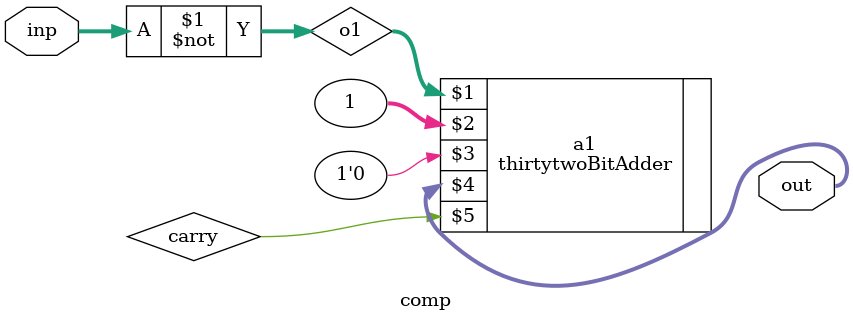
<source format=v>
`include "thirtytwoBitAdder.v"
module comp(input [31:0] inp, output [31:0] out);
wire [31:0]o1;
wire carry;

assign o1[31:0]=~(inp[31:0]);
thirtytwoBitAdder a1(o1,32'd1,1'b0,out,carry);


endmodule


</source>
